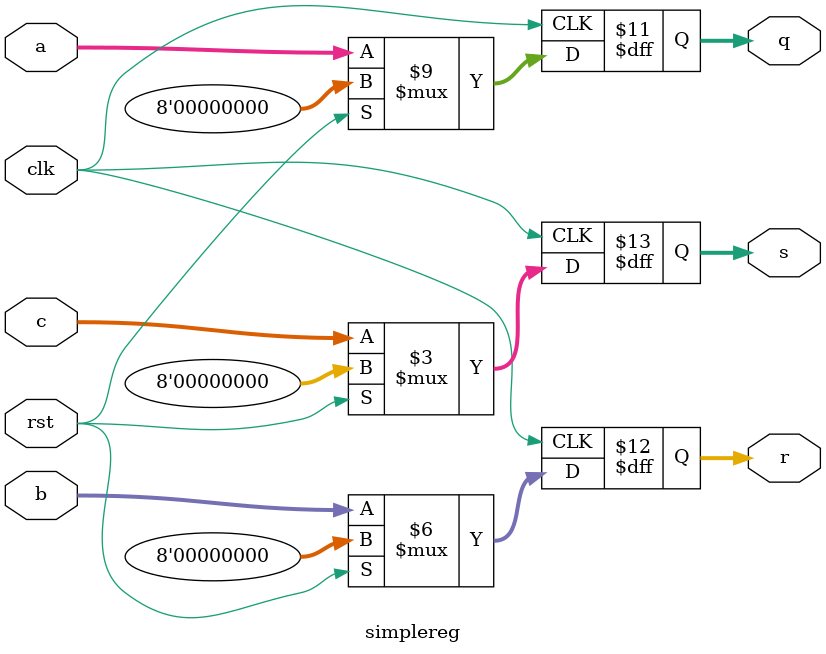
<source format=v>

module simplereg (input [7:0] a, b, c, input clk, rst, output reg [7:0] q, r, s);

    always @ (posedge clk)
        if (rst) // same as (rst == 1'b1)
            begin
                q <= 8'b0000_0000;
                r <= 8'b0000_0000;
                s <= 8'b0000_0000;
            end 
        else 
            begin
                q <= a;
                r <= b;
                s <= c;
            end

endmodule
</source>
